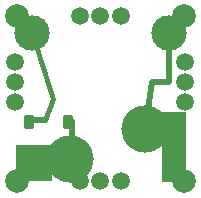
<source format=gbr>
%TF.GenerationSoftware,KiCad,Pcbnew,7.0.2*%
%TF.CreationDate,2023-05-08T22:38:25+02:00*%
%TF.ProjectId,verasity_PCB,76657261-7369-4747-995f-5043422e6b69,rev?*%
%TF.SameCoordinates,Original*%
%TF.FileFunction,Copper,L2,Bot*%
%TF.FilePolarity,Positive*%
%FSLAX46Y46*%
G04 Gerber Fmt 4.6, Leading zero omitted, Abs format (unit mm)*
G04 Created by KiCad (PCBNEW 7.0.2) date 2023-05-08 22:38:25*
%MOMM*%
%LPD*%
G01*
G04 APERTURE LIST*
G04 Aperture macros list*
%AMRoundRect*
0 Rectangle with rounded corners*
0 $1 Rounding radius*
0 $2 $3 $4 $5 $6 $7 $8 $9 X,Y pos of 4 corners*
0 Add a 4 corners polygon primitive as box body*
4,1,4,$2,$3,$4,$5,$6,$7,$8,$9,$2,$3,0*
0 Add four circle primitives for the rounded corners*
1,1,$1+$1,$2,$3*
1,1,$1+$1,$4,$5*
1,1,$1+$1,$6,$7*
1,1,$1+$1,$8,$9*
0 Add four rect primitives between the rounded corners*
20,1,$1+$1,$2,$3,$4,$5,0*
20,1,$1+$1,$4,$5,$6,$7,0*
20,1,$1+$1,$6,$7,$8,$9,0*
20,1,$1+$1,$8,$9,$2,$3,0*%
G04 Aperture macros list end*
%TA.AperFunction,EtchedComponent*%
%ADD10C,0.500000*%
%TD*%
%TA.AperFunction,EtchedComponent*%
%ADD11C,0.400000*%
%TD*%
%TA.AperFunction,ComponentPad*%
%ADD12C,1.500000*%
%TD*%
%TA.AperFunction,ComponentPad*%
%ADD13C,2.000000*%
%TD*%
%TA.AperFunction,SMDPad,CuDef*%
%ADD14RoundRect,0.225000X-0.225000X-0.375000X0.225000X-0.375000X0.225000X0.375000X-0.225000X0.375000X0*%
%TD*%
%TA.AperFunction,ComponentPad*%
%ADD15C,3.000000*%
%TD*%
%TA.AperFunction,SMDPad,CuDef*%
%ADD16R,3.170000X3.170000*%
%TD*%
%TA.AperFunction,ComponentPad*%
%ADD17C,4.000000*%
%TD*%
%TA.AperFunction,SMDPad,CuDef*%
%ADD18R,2.000000X5.900000*%
%TD*%
G04 APERTURE END LIST*
D10*
%TO.C,REF\u002A\u002A*%
X36818750Y-95780000D02*
X35443750Y-95780000D01*
D11*
X36818750Y-95780000D02*
X37468750Y-93980000D01*
X37468750Y-93980000D02*
X35693750Y-88430000D01*
D10*
X39043750Y-95830000D02*
X39043750Y-97280000D01*
X45893750Y-92580000D02*
X45303750Y-96520000D01*
X47293750Y-88430000D02*
X47293750Y-92580000D01*
X47293750Y-92580000D02*
X45893750Y-92580000D01*
%TD*%
D12*
%TO.P,REF\u002A\u002A,*%
%TO.N,*%
X34293750Y-94230000D03*
D13*
X34393750Y-100980000D03*
D14*
X35443750Y-95980000D03*
D15*
X35693750Y-88430000D03*
D16*
X35828750Y-99395000D03*
D14*
X38743750Y-95980000D03*
D17*
X38953750Y-99060000D03*
D12*
X39793750Y-86980000D03*
X39793750Y-100980000D03*
X41493750Y-86980000D03*
X41493750Y-100980000D03*
X43193750Y-86980000D03*
X43193750Y-100980000D03*
D17*
X45303750Y-96520000D03*
D15*
X47293750Y-88430000D03*
D18*
X47743750Y-98030000D03*
D13*
X48593750Y-100980000D03*
D12*
X48693750Y-94230000D03*
D13*
%TO.P,REF\u002A\u002A,1*%
%TO.N,N/C*%
X34393750Y-86980000D03*
%TO.P,REF\u002A\u002A,2*%
X48593750Y-86980000D03*
D12*
%TO.P,REF\u002A\u002A,3*%
X48693750Y-90830000D03*
%TO.P,REF\u002A\u002A,4*%
X34293750Y-90830000D03*
%TO.P,REF\u002A\u002A,5*%
X34293750Y-92530000D03*
%TO.P,REF\u002A\u002A,6*%
X48693750Y-92530000D03*
%TD*%
M02*

</source>
